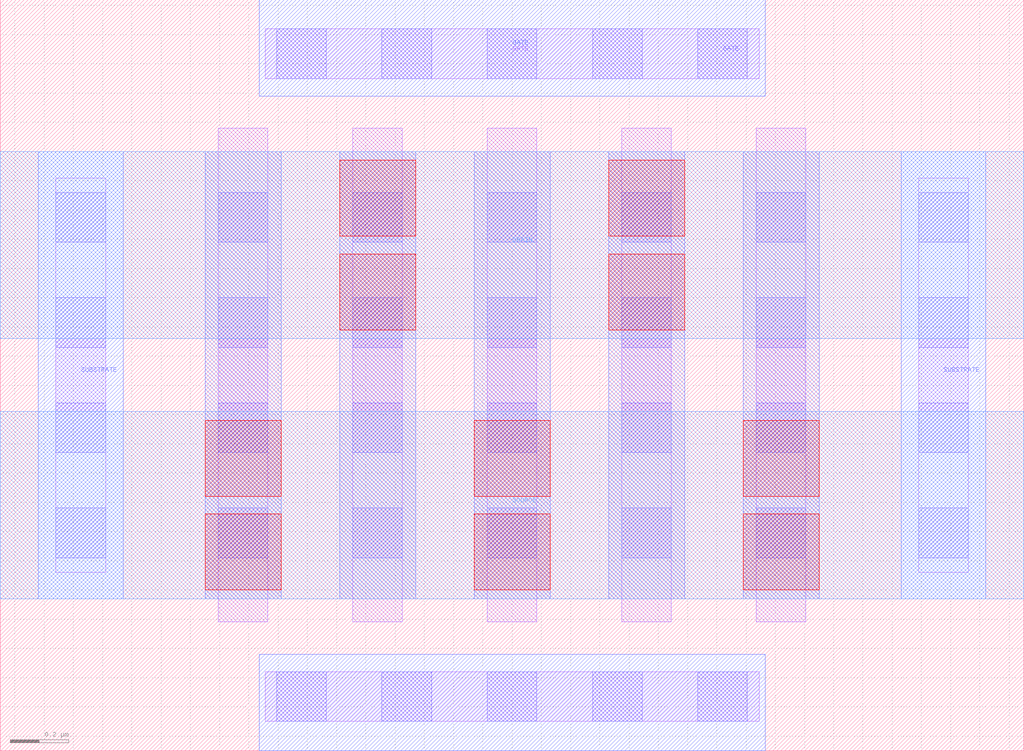
<source format=lef>
# Copyright 2020 The SkyWater PDK Authors
#
# Licensed under the Apache License, Version 2.0 (the "License");
# you may not use this file except in compliance with the License.
# You may obtain a copy of the License at
#
#     https://www.apache.org/licenses/LICENSE-2.0
#
# Unless required by applicable law or agreed to in writing, software
# distributed under the License is distributed on an "AS IS" BASIS,
# WITHOUT WARRANTIES OR CONDITIONS OF ANY KIND, either express or implied.
# See the License for the specific language governing permissions and
# limitations under the License.
#
# SPDX-License-Identifier: Apache-2.0

VERSION 5.7 ;
  NOWIREEXTENSIONATPIN ON ;
  DIVIDERCHAR "/" ;
  BUSBITCHARS "[]" ;
MACRO sky130_fd_pr__rf_nfet_01v8_lvt_aM04W1p65L0p18
  CLASS BLOCK ;
  FOREIGN sky130_fd_pr__rf_nfet_01v8_lvt_aM04W1p65L0p18 ;
  ORIGIN -0.050000 -0.050000 ;
  SIZE  3.500000 BY  2.570000 ;
  PIN DRAIN
    ANTENNADIFFAREA  0.924000 ;
    PORT
      LAYER met2 ;
        RECT 0.050000 1.460000 3.550000 2.100000 ;
    END
  END DRAIN
  PIN GATE
    ANTENNAGATEAREA  1.188000 ;
    PORT
      LAYER li1 ;
        RECT 0.955000 0.150000 2.645000 0.320000 ;
        RECT 0.955000 2.350000 2.645000 2.520000 ;
      LAYER mcon ;
        RECT 0.995000 0.150000 1.165000 0.320000 ;
        RECT 0.995000 2.350000 1.165000 2.520000 ;
        RECT 1.355000 0.150000 1.525000 0.320000 ;
        RECT 1.355000 2.350000 1.525000 2.520000 ;
        RECT 1.715000 0.150000 1.885000 0.320000 ;
        RECT 1.715000 2.350000 1.885000 2.520000 ;
        RECT 2.075000 0.150000 2.245000 0.320000 ;
        RECT 2.075000 2.350000 2.245000 2.520000 ;
        RECT 2.435000 0.150000 2.605000 0.320000 ;
        RECT 2.435000 2.350000 2.605000 2.520000 ;
    END
    PORT
      LAYER met1 ;
        RECT 0.935000 0.050000 2.665000 0.380000 ;
        RECT 0.935000 2.290000 2.665000 2.620000 ;
    END
  END GATE
  PIN SOURCE
    ANTENNADIFFAREA  1.386000 ;
    PORT
      LAYER met2 ;
        RECT 0.050000 0.570000 3.550000 1.210000 ;
    END
  END SOURCE
  PIN SUBSTRATE
    ANTENNADIFFAREA  0.478500 ;
    PORT
      LAYER met1 ;
        RECT 0.180000 0.570000 0.470000 2.100000 ;
    END
    PORT
      LAYER met1 ;
        RECT 3.130000 0.570000 3.420000 2.100000 ;
    END
  END SUBSTRATE
  OBS
    LAYER li1 ;
      RECT 0.240000 0.660000 0.410000 2.010000 ;
      RECT 0.795000 0.490000 0.965000 2.180000 ;
      RECT 1.255000 0.490000 1.425000 2.180000 ;
      RECT 1.715000 0.490000 1.885000 2.180000 ;
      RECT 2.175000 0.490000 2.345000 2.180000 ;
      RECT 2.635000 0.490000 2.805000 2.180000 ;
      RECT 3.190000 0.660000 3.360000 2.010000 ;
    LAYER mcon ;
      RECT 0.240000 0.710000 0.410000 0.880000 ;
      RECT 0.240000 1.070000 0.410000 1.240000 ;
      RECT 0.240000 1.430000 0.410000 1.600000 ;
      RECT 0.240000 1.790000 0.410000 1.960000 ;
      RECT 0.795000 0.710000 0.965000 0.880000 ;
      RECT 0.795000 1.070000 0.965000 1.240000 ;
      RECT 0.795000 1.430000 0.965000 1.600000 ;
      RECT 0.795000 1.790000 0.965000 1.960000 ;
      RECT 1.255000 0.710000 1.425000 0.880000 ;
      RECT 1.255000 1.070000 1.425000 1.240000 ;
      RECT 1.255000 1.430000 1.425000 1.600000 ;
      RECT 1.255000 1.790000 1.425000 1.960000 ;
      RECT 1.715000 0.710000 1.885000 0.880000 ;
      RECT 1.715000 1.070000 1.885000 1.240000 ;
      RECT 1.715000 1.430000 1.885000 1.600000 ;
      RECT 1.715000 1.790000 1.885000 1.960000 ;
      RECT 2.175000 0.710000 2.345000 0.880000 ;
      RECT 2.175000 1.070000 2.345000 1.240000 ;
      RECT 2.175000 1.430000 2.345000 1.600000 ;
      RECT 2.175000 1.790000 2.345000 1.960000 ;
      RECT 2.635000 0.710000 2.805000 0.880000 ;
      RECT 2.635000 1.070000 2.805000 1.240000 ;
      RECT 2.635000 1.430000 2.805000 1.600000 ;
      RECT 2.635000 1.790000 2.805000 1.960000 ;
      RECT 3.190000 0.710000 3.360000 0.880000 ;
      RECT 3.190000 1.070000 3.360000 1.240000 ;
      RECT 3.190000 1.430000 3.360000 1.600000 ;
      RECT 3.190000 1.790000 3.360000 1.960000 ;
    LAYER met1 ;
      RECT 0.750000 0.570000 1.010000 2.100000 ;
      RECT 1.210000 0.570000 1.470000 2.100000 ;
      RECT 1.670000 0.570000 1.930000 2.100000 ;
      RECT 2.130000 0.570000 2.390000 2.100000 ;
      RECT 2.590000 0.570000 2.850000 2.100000 ;
    LAYER via ;
      RECT 0.750000 0.600000 1.010000 0.860000 ;
      RECT 0.750000 0.920000 1.010000 1.180000 ;
      RECT 1.210000 1.490000 1.470000 1.750000 ;
      RECT 1.210000 1.810000 1.470000 2.070000 ;
      RECT 1.670000 0.600000 1.930000 0.860000 ;
      RECT 1.670000 0.920000 1.930000 1.180000 ;
      RECT 2.130000 1.490000 2.390000 1.750000 ;
      RECT 2.130000 1.810000 2.390000 2.070000 ;
      RECT 2.590000 0.600000 2.850000 0.860000 ;
      RECT 2.590000 0.920000 2.850000 1.180000 ;
  END
END sky130_fd_pr__rf_nfet_01v8_lvt_aM04W1p65L0p18
END LIBRARY

</source>
